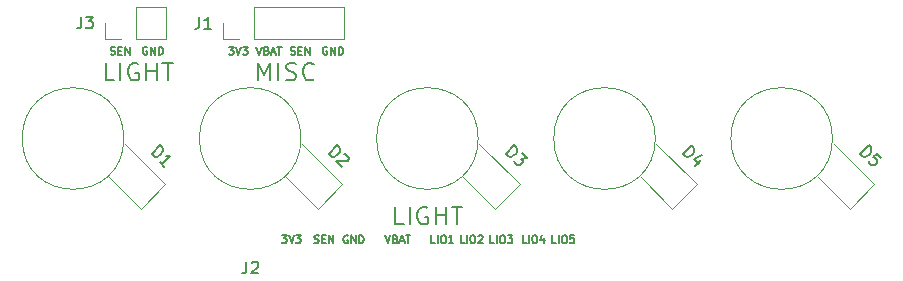
<source format=gbr>
G04 #@! TF.GenerationSoftware,KiCad,Pcbnew,(5.1.5-0-10_14)*
G04 #@! TF.CreationDate,2020-04-19T21:27:58+02:00*
G04 #@! TF.ProjectId,inuk-passive-led-shield,696e756b-2d70-4617-9373-6976652d6c65,rev?*
G04 #@! TF.SameCoordinates,Original*
G04 #@! TF.FileFunction,Legend,Top*
G04 #@! TF.FilePolarity,Positive*
%FSLAX46Y46*%
G04 Gerber Fmt 4.6, Leading zero omitted, Abs format (unit mm)*
G04 Created by KiCad (PCBNEW (5.1.5-0-10_14)) date 2020-04-19 21:27:58*
%MOMM*%
%LPD*%
G04 APERTURE LIST*
%ADD10C,0.200000*%
%ADD11C,0.150000*%
%ADD12C,0.120000*%
G04 APERTURE END LIST*
D10*
X78500000Y-125078571D02*
X77785714Y-125078571D01*
X77785714Y-123578571D01*
X79000000Y-125078571D02*
X79000000Y-123578571D01*
X80500000Y-123650000D02*
X80357142Y-123578571D01*
X80142857Y-123578571D01*
X79928571Y-123650000D01*
X79785714Y-123792857D01*
X79714285Y-123935714D01*
X79642857Y-124221428D01*
X79642857Y-124435714D01*
X79714285Y-124721428D01*
X79785714Y-124864285D01*
X79928571Y-125007142D01*
X80142857Y-125078571D01*
X80285714Y-125078571D01*
X80500000Y-125007142D01*
X80571428Y-124935714D01*
X80571428Y-124435714D01*
X80285714Y-124435714D01*
X81214285Y-125078571D02*
X81214285Y-123578571D01*
X81214285Y-124292857D02*
X82071428Y-124292857D01*
X82071428Y-125078571D02*
X82071428Y-123578571D01*
X82571428Y-123578571D02*
X83428571Y-123578571D01*
X83000000Y-125078571D02*
X83000000Y-123578571D01*
X90678571Y-125078571D02*
X90678571Y-123578571D01*
X91178571Y-124650000D01*
X91678571Y-123578571D01*
X91678571Y-125078571D01*
X92392857Y-125078571D02*
X92392857Y-123578571D01*
X93035714Y-125007142D02*
X93250000Y-125078571D01*
X93607142Y-125078571D01*
X93750000Y-125007142D01*
X93821428Y-124935714D01*
X93892857Y-124792857D01*
X93892857Y-124650000D01*
X93821428Y-124507142D01*
X93750000Y-124435714D01*
X93607142Y-124364285D01*
X93321428Y-124292857D01*
X93178571Y-124221428D01*
X93107142Y-124150000D01*
X93035714Y-124007142D01*
X93035714Y-123864285D01*
X93107142Y-123721428D01*
X93178571Y-123650000D01*
X93321428Y-123578571D01*
X93678571Y-123578571D01*
X93892857Y-123650000D01*
X95392857Y-124935714D02*
X95321428Y-125007142D01*
X95107142Y-125078571D01*
X94964285Y-125078571D01*
X94750000Y-125007142D01*
X94607142Y-124864285D01*
X94535714Y-124721428D01*
X94464285Y-124435714D01*
X94464285Y-124221428D01*
X94535714Y-123935714D01*
X94607142Y-123792857D01*
X94750000Y-123650000D01*
X94964285Y-123578571D01*
X95107142Y-123578571D01*
X95321428Y-123650000D01*
X95392857Y-123721428D01*
X103000000Y-137278571D02*
X102285714Y-137278571D01*
X102285714Y-135778571D01*
X103500000Y-137278571D02*
X103500000Y-135778571D01*
X105000000Y-135850000D02*
X104857142Y-135778571D01*
X104642857Y-135778571D01*
X104428571Y-135850000D01*
X104285714Y-135992857D01*
X104214285Y-136135714D01*
X104142857Y-136421428D01*
X104142857Y-136635714D01*
X104214285Y-136921428D01*
X104285714Y-137064285D01*
X104428571Y-137207142D01*
X104642857Y-137278571D01*
X104785714Y-137278571D01*
X105000000Y-137207142D01*
X105071428Y-137135714D01*
X105071428Y-136635714D01*
X104785714Y-136635714D01*
X105714285Y-137278571D02*
X105714285Y-135778571D01*
X105714285Y-136492857D02*
X106571428Y-136492857D01*
X106571428Y-137278571D02*
X106571428Y-135778571D01*
X107071428Y-135778571D02*
X107928571Y-135778571D01*
X107500000Y-137278571D02*
X107500000Y-135778571D01*
D11*
X78179761Y-122863095D02*
X78272619Y-122894047D01*
X78427380Y-122894047D01*
X78489285Y-122863095D01*
X78520238Y-122832142D01*
X78551190Y-122770238D01*
X78551190Y-122708333D01*
X78520238Y-122646428D01*
X78489285Y-122615476D01*
X78427380Y-122584523D01*
X78303571Y-122553571D01*
X78241666Y-122522619D01*
X78210714Y-122491666D01*
X78179761Y-122429761D01*
X78179761Y-122367857D01*
X78210714Y-122305952D01*
X78241666Y-122275000D01*
X78303571Y-122244047D01*
X78458333Y-122244047D01*
X78551190Y-122275000D01*
X78829761Y-122553571D02*
X79046428Y-122553571D01*
X79139285Y-122894047D02*
X78829761Y-122894047D01*
X78829761Y-122244047D01*
X79139285Y-122244047D01*
X79417857Y-122894047D02*
X79417857Y-122244047D01*
X79789285Y-122894047D01*
X79789285Y-122244047D01*
X81254761Y-122275000D02*
X81192857Y-122244047D01*
X81100000Y-122244047D01*
X81007142Y-122275000D01*
X80945238Y-122336904D01*
X80914285Y-122398809D01*
X80883333Y-122522619D01*
X80883333Y-122615476D01*
X80914285Y-122739285D01*
X80945238Y-122801190D01*
X81007142Y-122863095D01*
X81100000Y-122894047D01*
X81161904Y-122894047D01*
X81254761Y-122863095D01*
X81285714Y-122832142D01*
X81285714Y-122615476D01*
X81161904Y-122615476D01*
X81564285Y-122894047D02*
X81564285Y-122244047D01*
X81935714Y-122894047D01*
X81935714Y-122244047D01*
X82245238Y-122894047D02*
X82245238Y-122244047D01*
X82400000Y-122244047D01*
X82492857Y-122275000D01*
X82554761Y-122336904D01*
X82585714Y-122398809D01*
X82616666Y-122522619D01*
X82616666Y-122615476D01*
X82585714Y-122739285D01*
X82554761Y-122801190D01*
X82492857Y-122863095D01*
X82400000Y-122894047D01*
X82245238Y-122894047D01*
X96504761Y-122275000D02*
X96442857Y-122244047D01*
X96350000Y-122244047D01*
X96257142Y-122275000D01*
X96195238Y-122336904D01*
X96164285Y-122398809D01*
X96133333Y-122522619D01*
X96133333Y-122615476D01*
X96164285Y-122739285D01*
X96195238Y-122801190D01*
X96257142Y-122863095D01*
X96350000Y-122894047D01*
X96411904Y-122894047D01*
X96504761Y-122863095D01*
X96535714Y-122832142D01*
X96535714Y-122615476D01*
X96411904Y-122615476D01*
X96814285Y-122894047D02*
X96814285Y-122244047D01*
X97185714Y-122894047D01*
X97185714Y-122244047D01*
X97495238Y-122894047D02*
X97495238Y-122244047D01*
X97650000Y-122244047D01*
X97742857Y-122275000D01*
X97804761Y-122336904D01*
X97835714Y-122398809D01*
X97866666Y-122522619D01*
X97866666Y-122615476D01*
X97835714Y-122739285D01*
X97804761Y-122801190D01*
X97742857Y-122863095D01*
X97650000Y-122894047D01*
X97495238Y-122894047D01*
X93429761Y-122863095D02*
X93522619Y-122894047D01*
X93677380Y-122894047D01*
X93739285Y-122863095D01*
X93770238Y-122832142D01*
X93801190Y-122770238D01*
X93801190Y-122708333D01*
X93770238Y-122646428D01*
X93739285Y-122615476D01*
X93677380Y-122584523D01*
X93553571Y-122553571D01*
X93491666Y-122522619D01*
X93460714Y-122491666D01*
X93429761Y-122429761D01*
X93429761Y-122367857D01*
X93460714Y-122305952D01*
X93491666Y-122275000D01*
X93553571Y-122244047D01*
X93708333Y-122244047D01*
X93801190Y-122275000D01*
X94079761Y-122553571D02*
X94296428Y-122553571D01*
X94389285Y-122894047D02*
X94079761Y-122894047D01*
X94079761Y-122244047D01*
X94389285Y-122244047D01*
X94667857Y-122894047D02*
X94667857Y-122244047D01*
X95039285Y-122894047D01*
X95039285Y-122244047D01*
X90532142Y-122244047D02*
X90748809Y-122894047D01*
X90965476Y-122244047D01*
X91398809Y-122553571D02*
X91491666Y-122584523D01*
X91522619Y-122615476D01*
X91553571Y-122677380D01*
X91553571Y-122770238D01*
X91522619Y-122832142D01*
X91491666Y-122863095D01*
X91429761Y-122894047D01*
X91182142Y-122894047D01*
X91182142Y-122244047D01*
X91398809Y-122244047D01*
X91460714Y-122275000D01*
X91491666Y-122305952D01*
X91522619Y-122367857D01*
X91522619Y-122429761D01*
X91491666Y-122491666D01*
X91460714Y-122522619D01*
X91398809Y-122553571D01*
X91182142Y-122553571D01*
X91801190Y-122708333D02*
X92110714Y-122708333D01*
X91739285Y-122894047D02*
X91955952Y-122244047D01*
X92172619Y-122894047D01*
X92296428Y-122244047D02*
X92667857Y-122244047D01*
X92482142Y-122894047D02*
X92482142Y-122244047D01*
X88195238Y-122244047D02*
X88597619Y-122244047D01*
X88380952Y-122491666D01*
X88473809Y-122491666D01*
X88535714Y-122522619D01*
X88566666Y-122553571D01*
X88597619Y-122615476D01*
X88597619Y-122770238D01*
X88566666Y-122832142D01*
X88535714Y-122863095D01*
X88473809Y-122894047D01*
X88288095Y-122894047D01*
X88226190Y-122863095D01*
X88195238Y-122832142D01*
X88783333Y-122244047D02*
X89000000Y-122894047D01*
X89216666Y-122244047D01*
X89371428Y-122244047D02*
X89773809Y-122244047D01*
X89557142Y-122491666D01*
X89650000Y-122491666D01*
X89711904Y-122522619D01*
X89742857Y-122553571D01*
X89773809Y-122615476D01*
X89773809Y-122770238D01*
X89742857Y-122832142D01*
X89711904Y-122863095D01*
X89650000Y-122894047D01*
X89464285Y-122894047D01*
X89402380Y-122863095D01*
X89371428Y-122832142D01*
X115896428Y-138844047D02*
X115586904Y-138844047D01*
X115586904Y-138194047D01*
X116113095Y-138844047D02*
X116113095Y-138194047D01*
X116546428Y-138194047D02*
X116670238Y-138194047D01*
X116732142Y-138225000D01*
X116794047Y-138286904D01*
X116825000Y-138410714D01*
X116825000Y-138627380D01*
X116794047Y-138751190D01*
X116732142Y-138813095D01*
X116670238Y-138844047D01*
X116546428Y-138844047D01*
X116484523Y-138813095D01*
X116422619Y-138751190D01*
X116391666Y-138627380D01*
X116391666Y-138410714D01*
X116422619Y-138286904D01*
X116484523Y-138225000D01*
X116546428Y-138194047D01*
X117413095Y-138194047D02*
X117103571Y-138194047D01*
X117072619Y-138503571D01*
X117103571Y-138472619D01*
X117165476Y-138441666D01*
X117320238Y-138441666D01*
X117382142Y-138472619D01*
X117413095Y-138503571D01*
X117444047Y-138565476D01*
X117444047Y-138720238D01*
X117413095Y-138782142D01*
X117382142Y-138813095D01*
X117320238Y-138844047D01*
X117165476Y-138844047D01*
X117103571Y-138813095D01*
X117072619Y-138782142D01*
X113396428Y-138844047D02*
X113086904Y-138844047D01*
X113086904Y-138194047D01*
X113613095Y-138844047D02*
X113613095Y-138194047D01*
X114046428Y-138194047D02*
X114170238Y-138194047D01*
X114232142Y-138225000D01*
X114294047Y-138286904D01*
X114325000Y-138410714D01*
X114325000Y-138627380D01*
X114294047Y-138751190D01*
X114232142Y-138813095D01*
X114170238Y-138844047D01*
X114046428Y-138844047D01*
X113984523Y-138813095D01*
X113922619Y-138751190D01*
X113891666Y-138627380D01*
X113891666Y-138410714D01*
X113922619Y-138286904D01*
X113984523Y-138225000D01*
X114046428Y-138194047D01*
X114882142Y-138410714D02*
X114882142Y-138844047D01*
X114727380Y-138163095D02*
X114572619Y-138627380D01*
X114975000Y-138627380D01*
X110646428Y-138844047D02*
X110336904Y-138844047D01*
X110336904Y-138194047D01*
X110863095Y-138844047D02*
X110863095Y-138194047D01*
X111296428Y-138194047D02*
X111420238Y-138194047D01*
X111482142Y-138225000D01*
X111544047Y-138286904D01*
X111575000Y-138410714D01*
X111575000Y-138627380D01*
X111544047Y-138751190D01*
X111482142Y-138813095D01*
X111420238Y-138844047D01*
X111296428Y-138844047D01*
X111234523Y-138813095D01*
X111172619Y-138751190D01*
X111141666Y-138627380D01*
X111141666Y-138410714D01*
X111172619Y-138286904D01*
X111234523Y-138225000D01*
X111296428Y-138194047D01*
X111791666Y-138194047D02*
X112194047Y-138194047D01*
X111977380Y-138441666D01*
X112070238Y-138441666D01*
X112132142Y-138472619D01*
X112163095Y-138503571D01*
X112194047Y-138565476D01*
X112194047Y-138720238D01*
X112163095Y-138782142D01*
X112132142Y-138813095D01*
X112070238Y-138844047D01*
X111884523Y-138844047D01*
X111822619Y-138813095D01*
X111791666Y-138782142D01*
X108146428Y-138844047D02*
X107836904Y-138844047D01*
X107836904Y-138194047D01*
X108363095Y-138844047D02*
X108363095Y-138194047D01*
X108796428Y-138194047D02*
X108920238Y-138194047D01*
X108982142Y-138225000D01*
X109044047Y-138286904D01*
X109075000Y-138410714D01*
X109075000Y-138627380D01*
X109044047Y-138751190D01*
X108982142Y-138813095D01*
X108920238Y-138844047D01*
X108796428Y-138844047D01*
X108734523Y-138813095D01*
X108672619Y-138751190D01*
X108641666Y-138627380D01*
X108641666Y-138410714D01*
X108672619Y-138286904D01*
X108734523Y-138225000D01*
X108796428Y-138194047D01*
X109322619Y-138255952D02*
X109353571Y-138225000D01*
X109415476Y-138194047D01*
X109570238Y-138194047D01*
X109632142Y-138225000D01*
X109663095Y-138255952D01*
X109694047Y-138317857D01*
X109694047Y-138379761D01*
X109663095Y-138472619D01*
X109291666Y-138844047D01*
X109694047Y-138844047D01*
X105646428Y-138844047D02*
X105336904Y-138844047D01*
X105336904Y-138194047D01*
X105863095Y-138844047D02*
X105863095Y-138194047D01*
X106296428Y-138194047D02*
X106420238Y-138194047D01*
X106482142Y-138225000D01*
X106544047Y-138286904D01*
X106575000Y-138410714D01*
X106575000Y-138627380D01*
X106544047Y-138751190D01*
X106482142Y-138813095D01*
X106420238Y-138844047D01*
X106296428Y-138844047D01*
X106234523Y-138813095D01*
X106172619Y-138751190D01*
X106141666Y-138627380D01*
X106141666Y-138410714D01*
X106172619Y-138286904D01*
X106234523Y-138225000D01*
X106296428Y-138194047D01*
X107194047Y-138844047D02*
X106822619Y-138844047D01*
X107008333Y-138844047D02*
X107008333Y-138194047D01*
X106946428Y-138286904D01*
X106884523Y-138348809D01*
X106822619Y-138379761D01*
X101432142Y-138194047D02*
X101648809Y-138844047D01*
X101865476Y-138194047D01*
X102298809Y-138503571D02*
X102391666Y-138534523D01*
X102422619Y-138565476D01*
X102453571Y-138627380D01*
X102453571Y-138720238D01*
X102422619Y-138782142D01*
X102391666Y-138813095D01*
X102329761Y-138844047D01*
X102082142Y-138844047D01*
X102082142Y-138194047D01*
X102298809Y-138194047D01*
X102360714Y-138225000D01*
X102391666Y-138255952D01*
X102422619Y-138317857D01*
X102422619Y-138379761D01*
X102391666Y-138441666D01*
X102360714Y-138472619D01*
X102298809Y-138503571D01*
X102082142Y-138503571D01*
X102701190Y-138658333D02*
X103010714Y-138658333D01*
X102639285Y-138844047D02*
X102855952Y-138194047D01*
X103072619Y-138844047D01*
X103196428Y-138194047D02*
X103567857Y-138194047D01*
X103382142Y-138844047D02*
X103382142Y-138194047D01*
X98254761Y-138225000D02*
X98192857Y-138194047D01*
X98100000Y-138194047D01*
X98007142Y-138225000D01*
X97945238Y-138286904D01*
X97914285Y-138348809D01*
X97883333Y-138472619D01*
X97883333Y-138565476D01*
X97914285Y-138689285D01*
X97945238Y-138751190D01*
X98007142Y-138813095D01*
X98100000Y-138844047D01*
X98161904Y-138844047D01*
X98254761Y-138813095D01*
X98285714Y-138782142D01*
X98285714Y-138565476D01*
X98161904Y-138565476D01*
X98564285Y-138844047D02*
X98564285Y-138194047D01*
X98935714Y-138844047D01*
X98935714Y-138194047D01*
X99245238Y-138844047D02*
X99245238Y-138194047D01*
X99400000Y-138194047D01*
X99492857Y-138225000D01*
X99554761Y-138286904D01*
X99585714Y-138348809D01*
X99616666Y-138472619D01*
X99616666Y-138565476D01*
X99585714Y-138689285D01*
X99554761Y-138751190D01*
X99492857Y-138813095D01*
X99400000Y-138844047D01*
X99245238Y-138844047D01*
X95429761Y-138813095D02*
X95522619Y-138844047D01*
X95677380Y-138844047D01*
X95739285Y-138813095D01*
X95770238Y-138782142D01*
X95801190Y-138720238D01*
X95801190Y-138658333D01*
X95770238Y-138596428D01*
X95739285Y-138565476D01*
X95677380Y-138534523D01*
X95553571Y-138503571D01*
X95491666Y-138472619D01*
X95460714Y-138441666D01*
X95429761Y-138379761D01*
X95429761Y-138317857D01*
X95460714Y-138255952D01*
X95491666Y-138225000D01*
X95553571Y-138194047D01*
X95708333Y-138194047D01*
X95801190Y-138225000D01*
X96079761Y-138503571D02*
X96296428Y-138503571D01*
X96389285Y-138844047D02*
X96079761Y-138844047D01*
X96079761Y-138194047D01*
X96389285Y-138194047D01*
X96667857Y-138844047D02*
X96667857Y-138194047D01*
X97039285Y-138844047D01*
X97039285Y-138194047D01*
X92695238Y-138194047D02*
X93097619Y-138194047D01*
X92880952Y-138441666D01*
X92973809Y-138441666D01*
X93035714Y-138472619D01*
X93066666Y-138503571D01*
X93097619Y-138565476D01*
X93097619Y-138720238D01*
X93066666Y-138782142D01*
X93035714Y-138813095D01*
X92973809Y-138844047D01*
X92788095Y-138844047D01*
X92726190Y-138813095D01*
X92695238Y-138782142D01*
X93283333Y-138194047D02*
X93500000Y-138844047D01*
X93716666Y-138194047D01*
X93871428Y-138194047D02*
X94273809Y-138194047D01*
X94057142Y-138441666D01*
X94150000Y-138441666D01*
X94211904Y-138472619D01*
X94242857Y-138503571D01*
X94273809Y-138565476D01*
X94273809Y-138720238D01*
X94242857Y-138782142D01*
X94211904Y-138813095D01*
X94150000Y-138844047D01*
X93964285Y-138844047D01*
X93902380Y-138813095D01*
X93871428Y-138782142D01*
D12*
X139300000Y-130000000D02*
G75*
G03X139300000Y-130000000I-4300000J0D01*
G01*
X138053287Y-133232892D02*
X140747364Y-135926969D01*
X140747364Y-135926969D02*
X142812823Y-133861510D01*
X142812823Y-133861510D02*
X139400325Y-130449013D01*
X124300000Y-130000000D02*
G75*
G03X124300000Y-130000000I-4300000J0D01*
G01*
X123053287Y-133232892D02*
X125747364Y-135926969D01*
X125747364Y-135926969D02*
X127812823Y-133861510D01*
X127812823Y-133861510D02*
X124400325Y-130449013D01*
X109300000Y-130000000D02*
G75*
G03X109300000Y-130000000I-4300000J0D01*
G01*
X108053287Y-133232892D02*
X110747364Y-135926969D01*
X110747364Y-135926969D02*
X112812823Y-133861510D01*
X112812823Y-133861510D02*
X109400325Y-130449013D01*
X94300000Y-130000000D02*
G75*
G03X94300000Y-130000000I-4300000J0D01*
G01*
X93053287Y-133232892D02*
X95747364Y-135926969D01*
X95747364Y-135926969D02*
X97812823Y-133861510D01*
X97812823Y-133861510D02*
X94400325Y-130449013D01*
X79300000Y-130000000D02*
G75*
G03X79300000Y-130000000I-4300000J0D01*
G01*
X78053287Y-133232892D02*
X80747364Y-135926969D01*
X80747364Y-135926969D02*
X82812823Y-133861510D01*
X82812823Y-133861510D02*
X79400325Y-130449013D01*
X77700000Y-121550000D02*
X77700000Y-120220000D01*
X79030000Y-121550000D02*
X77700000Y-121550000D01*
X80300000Y-121550000D02*
X80300000Y-118890000D01*
X80300000Y-118890000D02*
X82900000Y-118890000D01*
X80300000Y-121550000D02*
X82900000Y-121550000D01*
X82900000Y-121550000D02*
X82900000Y-118890000D01*
X87700000Y-121550000D02*
X87700000Y-120220000D01*
X89030000Y-121550000D02*
X87700000Y-121550000D01*
X90300000Y-121550000D02*
X90300000Y-118890000D01*
X90300000Y-118890000D02*
X97980000Y-118890000D01*
X90300000Y-121550000D02*
X97980000Y-121550000D01*
X97980000Y-121550000D02*
X97980000Y-118890000D01*
D11*
X141658206Y-131297969D02*
X142365312Y-130590862D01*
X142533671Y-130759221D01*
X142601015Y-130893908D01*
X142601015Y-131028595D01*
X142567343Y-131129610D01*
X142466328Y-131297969D01*
X142365312Y-131398984D01*
X142196954Y-131500000D01*
X142095938Y-131533671D01*
X141961251Y-131533671D01*
X141826564Y-131466328D01*
X141658206Y-131297969D01*
X143409137Y-131634687D02*
X143072419Y-131297969D01*
X142702030Y-131601015D01*
X142769374Y-131601015D01*
X142870389Y-131634687D01*
X143038748Y-131803045D01*
X143072419Y-131904061D01*
X143072419Y-131971404D01*
X143038748Y-132072419D01*
X142870389Y-132240778D01*
X142769374Y-132274450D01*
X142702030Y-132274450D01*
X142601015Y-132240778D01*
X142432656Y-132072419D01*
X142398984Y-131971404D01*
X142398984Y-131904061D01*
X126658206Y-131297969D02*
X127365312Y-130590862D01*
X127533671Y-130759221D01*
X127601015Y-130893908D01*
X127601015Y-131028595D01*
X127567343Y-131129610D01*
X127466328Y-131297969D01*
X127365312Y-131398984D01*
X127196954Y-131500000D01*
X127095938Y-131533671D01*
X126961251Y-131533671D01*
X126826564Y-131466328D01*
X126658206Y-131297969D01*
X128139763Y-131836717D02*
X127668358Y-132308122D01*
X128240778Y-131398984D02*
X127567343Y-131735702D01*
X128005076Y-132173435D01*
X111658206Y-131297969D02*
X112365312Y-130590862D01*
X112533671Y-130759221D01*
X112601015Y-130893908D01*
X112601015Y-131028595D01*
X112567343Y-131129610D01*
X112466328Y-131297969D01*
X112365312Y-131398984D01*
X112196954Y-131500000D01*
X112095938Y-131533671D01*
X111961251Y-131533671D01*
X111826564Y-131466328D01*
X111658206Y-131297969D01*
X113005076Y-131230625D02*
X113442809Y-131668358D01*
X112937732Y-131702030D01*
X113038748Y-131803045D01*
X113072419Y-131904061D01*
X113072419Y-131971404D01*
X113038748Y-132072419D01*
X112870389Y-132240778D01*
X112769374Y-132274450D01*
X112702030Y-132274450D01*
X112601015Y-132240778D01*
X112398984Y-132038748D01*
X112365312Y-131937732D01*
X112365312Y-131870389D01*
X96658206Y-131297969D02*
X97365312Y-130590862D01*
X97533671Y-130759221D01*
X97601015Y-130893908D01*
X97601015Y-131028595D01*
X97567343Y-131129610D01*
X97466328Y-131297969D01*
X97365312Y-131398984D01*
X97196954Y-131500000D01*
X97095938Y-131533671D01*
X96961251Y-131533671D01*
X96826564Y-131466328D01*
X96658206Y-131297969D01*
X97971404Y-131331641D02*
X98038748Y-131331641D01*
X98139763Y-131365312D01*
X98308122Y-131533671D01*
X98341793Y-131634687D01*
X98341793Y-131702030D01*
X98308122Y-131803045D01*
X98240778Y-131870389D01*
X98106091Y-131937732D01*
X97297969Y-131937732D01*
X97735702Y-132375465D01*
X81658206Y-131297969D02*
X82365312Y-130590862D01*
X82533671Y-130759221D01*
X82601015Y-130893908D01*
X82601015Y-131028595D01*
X82567343Y-131129610D01*
X82466328Y-131297969D01*
X82365312Y-131398984D01*
X82196954Y-131500000D01*
X82095938Y-131533671D01*
X81961251Y-131533671D01*
X81826564Y-131466328D01*
X81658206Y-131297969D01*
X82735702Y-132375465D02*
X82331641Y-131971404D01*
X82533671Y-132173435D02*
X83240778Y-131466328D01*
X83072419Y-131500000D01*
X82937732Y-131500000D01*
X82836717Y-131466328D01*
X75696666Y-119672380D02*
X75696666Y-120386666D01*
X75649047Y-120529523D01*
X75553809Y-120624761D01*
X75410952Y-120672380D01*
X75315714Y-120672380D01*
X76077619Y-119672380D02*
X76696666Y-119672380D01*
X76363333Y-120053333D01*
X76506190Y-120053333D01*
X76601428Y-120100952D01*
X76649047Y-120148571D01*
X76696666Y-120243809D01*
X76696666Y-120481904D01*
X76649047Y-120577142D01*
X76601428Y-120624761D01*
X76506190Y-120672380D01*
X76220476Y-120672380D01*
X76125238Y-120624761D01*
X76077619Y-120577142D01*
X89686666Y-140422380D02*
X89686666Y-141136666D01*
X89639047Y-141279523D01*
X89543809Y-141374761D01*
X89400952Y-141422380D01*
X89305714Y-141422380D01*
X90115238Y-140517619D02*
X90162857Y-140470000D01*
X90258095Y-140422380D01*
X90496190Y-140422380D01*
X90591428Y-140470000D01*
X90639047Y-140517619D01*
X90686666Y-140612857D01*
X90686666Y-140708095D01*
X90639047Y-140850952D01*
X90067619Y-141422380D01*
X90686666Y-141422380D01*
X85696666Y-119722380D02*
X85696666Y-120436666D01*
X85649047Y-120579523D01*
X85553809Y-120674761D01*
X85410952Y-120722380D01*
X85315714Y-120722380D01*
X86696666Y-120722380D02*
X86125238Y-120722380D01*
X86410952Y-120722380D02*
X86410952Y-119722380D01*
X86315714Y-119865238D01*
X86220476Y-119960476D01*
X86125238Y-120008095D01*
M02*

</source>
